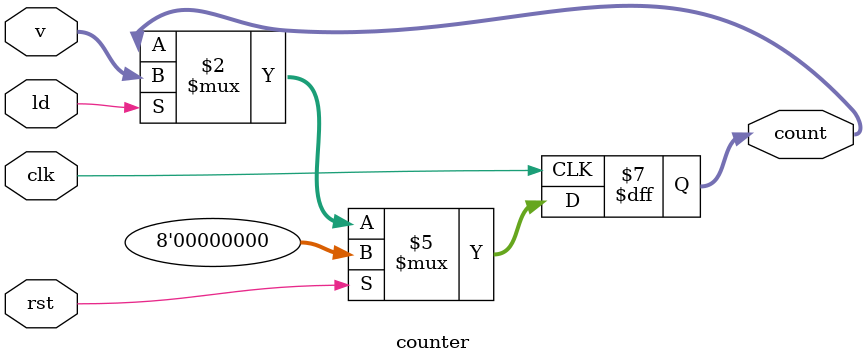
<source format=sv>
module counter #(
  parameter WIDTH = 8
)(
  // interface signals
  input  logic             clk,      // clock 
  input  logic             rst,      // reset 
  input  logic             ld,       // load counter from data
  input  logic [WIDTH-1:0] v,        // value to preload
  output logic [WIDTH-1:0] count     // count output
);

always_ff @ (posedge clk)
    if (rst) count <= {WIDTH{1'b0}};
    else if(ld) count <= v;
endmodule

</source>
